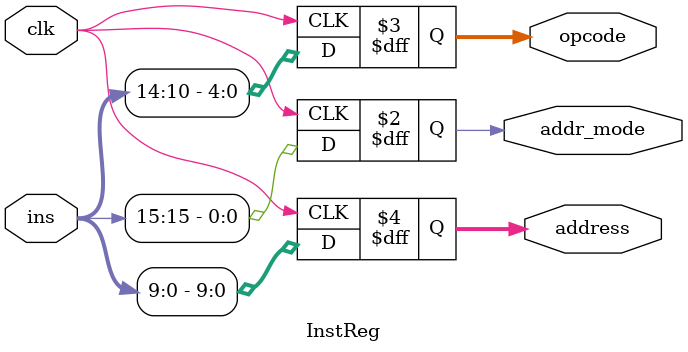
<source format=v>
`timescale 1ns / 1ps


module InstReg(addr_mode,opcode,address,clk,ins);
    input clk;
    input [15:0] ins;
    output reg addr_mode;
    output reg [4:0] opcode;
    output reg [9:0] address;

    always @(posedge clk) begin
        addr_mode <= ins[15];
        opcode <= ins[14:10];
        address <= ins[9:0];
    end
endmodule

</source>
